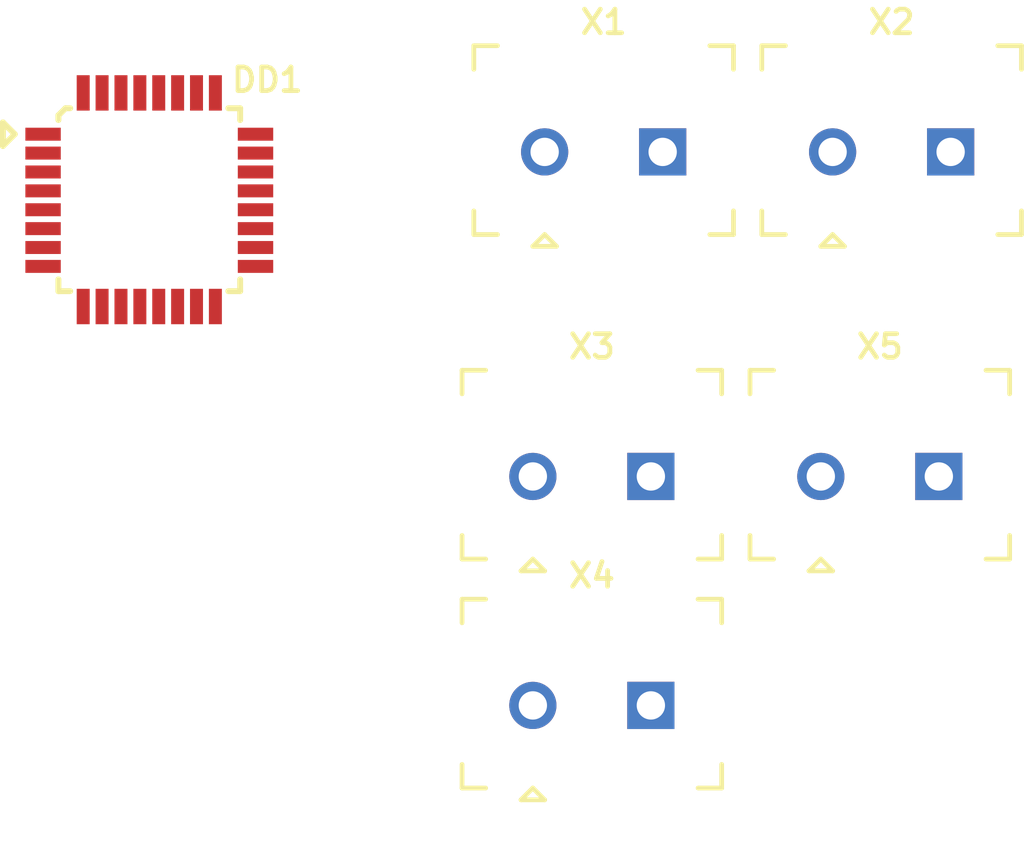
<source format=kicad_pcb>
(kicad_pcb (version 20171130) (host pcbnew "(5.1.2-1)-1")

  (general
    (thickness 1.6)
    (drawings 0)
    (tracks 0)
    (zones 0)
    (modules 6)
    (nets 41)
  )

  (page A4)
  (layers
    (0 F.Cu signal)
    (31 B.Cu signal)
    (32 B.Adhes user)
    (33 F.Adhes user)
    (34 B.Paste user)
    (35 F.Paste user)
    (36 B.SilkS user)
    (37 F.SilkS user)
    (38 B.Mask user)
    (39 F.Mask user)
    (40 Dwgs.User user)
    (41 Cmts.User user)
    (42 Eco1.User user)
    (43 Eco2.User user)
    (44 Edge.Cuts user)
    (45 Margin user)
    (46 B.CrtYd user)
    (47 F.CrtYd user)
    (48 B.Fab user)
    (49 F.Fab user)
  )

  (setup
    (last_trace_width 0.25)
    (trace_clearance 0.2)
    (zone_clearance 0.508)
    (zone_45_only no)
    (trace_min 0.2)
    (via_size 0.8)
    (via_drill 0.4)
    (via_min_size 0.4)
    (via_min_drill 0.3)
    (uvia_size 0.3)
    (uvia_drill 0.1)
    (uvias_allowed no)
    (uvia_min_size 0.2)
    (uvia_min_drill 0.1)
    (edge_width 0.05)
    (segment_width 0.2)
    (pcb_text_width 0.3)
    (pcb_text_size 1.5 1.5)
    (mod_edge_width 0.12)
    (mod_text_size 1 1)
    (mod_text_width 0.15)
    (pad_size 1.524 1.524)
    (pad_drill 0.762)
    (pad_to_mask_clearance 0.051)
    (solder_mask_min_width 0.25)
    (aux_axis_origin 0 0)
    (visible_elements FFFFFF7F)
    (pcbplotparams
      (layerselection 0x010fc_ffffffff)
      (usegerberextensions false)
      (usegerberattributes false)
      (usegerberadvancedattributes false)
      (creategerberjobfile false)
      (excludeedgelayer true)
      (linewidth 0.100000)
      (plotframeref false)
      (viasonmask false)
      (mode 1)
      (useauxorigin false)
      (hpglpennumber 1)
      (hpglpenspeed 20)
      (hpglpendiameter 15.000000)
      (psnegative false)
      (psa4output false)
      (plotreference true)
      (plotvalue true)
      (plotinvisibletext false)
      (padsonsilk false)
      (subtractmaskfromsilk false)
      (outputformat 1)
      (mirror false)
      (drillshape 1)
      (scaleselection 1)
      (outputdirectory ""))
  )

  (net 0 "")
  (net 1 "Net-(DD1-Pad32)")
  (net 2 "Net-(DD1-Pad31)")
  (net 3 "Net-(DD1-Pad30)")
  (net 4 "Net-(DD1-Pad29)")
  (net 5 "Net-(DD1-Pad28)")
  (net 6 "Net-(DD1-Pad27)")
  (net 7 "Net-(DD1-Pad26)")
  (net 8 "Net-(DD1-Pad25)")
  (net 9 "Net-(DD1-Pad24)")
  (net 10 "Net-(DD1-Pad23)")
  (net 11 "Net-(DD1-Pad22)")
  (net 12 "Net-(DD1-Pad21)")
  (net 13 "Net-(DD1-Pad20)")
  (net 14 "Net-(DD1-Pad19)")
  (net 15 "Net-(DD1-Pad18)")
  (net 16 "Net-(DD1-Pad17)")
  (net 17 "Net-(DD1-Pad16)")
  (net 18 "Net-(DD1-Pad15)")
  (net 19 "Net-(DD1-Pad14)")
  (net 20 "Net-(DD1-Pad13)")
  (net 21 "Net-(DD1-Pad12)")
  (net 22 "Net-(DD1-Pad11)")
  (net 23 "Net-(DD1-Pad10)")
  (net 24 "Net-(DD1-Pad9)")
  (net 25 "Net-(DD1-Pad8)")
  (net 26 "Net-(DD1-Pad7)")
  (net 27 "Net-(DD1-Pad6)")
  (net 28 "Net-(DD1-Pad5)")
  (net 29 "Net-(DD1-Pad4)")
  (net 30 "Net-(DD1-Pad3)")
  (net 31 "Net-(DD1-Pad2)")
  (net 32 "Net-(DD1-Pad1)")
  (net 33 /GND)
  (net 34 /12V)
  (net 35 /DO_2)
  (net 36 /DO_1)
  (net 37 /DI_2)
  (net 38 /DI_1)
  (net 39 /AI_2)
  (net 40 /AI_1)

  (net_class Default "Это класс цепей по умолчанию."
    (clearance 0.2)
    (trace_width 0.25)
    (via_dia 0.8)
    (via_drill 0.4)
    (uvia_dia 0.3)
    (uvia_drill 0.1)
    (add_net /12V)
    (add_net /AI_1)
    (add_net /AI_2)
    (add_net /DI_1)
    (add_net /DI_2)
    (add_net /DO_1)
    (add_net /DO_2)
    (add_net /GND)
    (add_net "Net-(DD1-Pad1)")
    (add_net "Net-(DD1-Pad10)")
    (add_net "Net-(DD1-Pad11)")
    (add_net "Net-(DD1-Pad12)")
    (add_net "Net-(DD1-Pad13)")
    (add_net "Net-(DD1-Pad14)")
    (add_net "Net-(DD1-Pad15)")
    (add_net "Net-(DD1-Pad16)")
    (add_net "Net-(DD1-Pad17)")
    (add_net "Net-(DD1-Pad18)")
    (add_net "Net-(DD1-Pad19)")
    (add_net "Net-(DD1-Pad2)")
    (add_net "Net-(DD1-Pad20)")
    (add_net "Net-(DD1-Pad21)")
    (add_net "Net-(DD1-Pad22)")
    (add_net "Net-(DD1-Pad23)")
    (add_net "Net-(DD1-Pad24)")
    (add_net "Net-(DD1-Pad25)")
    (add_net "Net-(DD1-Pad26)")
    (add_net "Net-(DD1-Pad27)")
    (add_net "Net-(DD1-Pad28)")
    (add_net "Net-(DD1-Pad29)")
    (add_net "Net-(DD1-Pad3)")
    (add_net "Net-(DD1-Pad30)")
    (add_net "Net-(DD1-Pad31)")
    (add_net "Net-(DD1-Pad32)")
    (add_net "Net-(DD1-Pad4)")
    (add_net "Net-(DD1-Pad5)")
    (add_net "Net-(DD1-Pad6)")
    (add_net "Net-(DD1-Pad7)")
    (add_net "Net-(DD1-Pad8)")
    (add_net "Net-(DD1-Pad9)")
  )

  (module N_X:Клеммник_х2_шаг5 (layer F.Cu) (tedit 5D8A78D0) (tstamp 5DAAFE87)
    (at 131.95 74.75)
    (path /5DACA5D7)
    (fp_text reference X5 (at 2.5 -5.5) (layer F.SilkS)
      (effects (font (size 1 1) (thickness 0.2)))
    )
    (fp_text value Клеммник_х2 (at 3 5.5) (layer F.Fab)
      (effects (font (size 1 1) (thickness 0.15)))
    )
    (fp_line (start 0.5 4) (end 0 3.5) (layer F.SilkS) (width 0.2))
    (fp_line (start -0.5 4) (end 0.5 4) (layer F.SilkS) (width 0.2))
    (fp_line (start 0 3.5) (end -0.5 4) (layer F.SilkS) (width 0.2))
    (fp_line (start -3 3.5) (end -3 2.5) (layer F.SilkS) (width 0.2))
    (fp_line (start -3 3.5) (end -2 3.5) (layer F.SilkS) (width 0.2))
    (fp_line (start 8 3.5) (end 7 3.5) (layer F.SilkS) (width 0.2))
    (fp_line (start -3 -4.5) (end -3 -3.5) (layer F.SilkS) (width 0.2))
    (fp_line (start -3 -4.5) (end -2 -4.5) (layer F.SilkS) (width 0.2))
    (fp_line (start 8 -4.5) (end 7 -4.5) (layer F.SilkS) (width 0.2))
    (fp_line (start 8 -4.5) (end 8 -3.5) (layer F.SilkS) (width 0.2))
    (fp_line (start 8 3.5) (end 8 2.5) (layer F.SilkS) (width 0.2))
    (pad 2 thru_hole rect (at 5 0) (size 2 2) (drill 1.2) (layers *.Cu *.Mask)
      (net 39 /AI_2))
    (pad 1 thru_hole circle (at 0 0) (size 2 2) (drill 1.2) (layers *.Cu *.Mask)
      (net 40 /AI_1))
    (model ${N_3D}/XT_DG301-5_0-2P12.STEP
      (at (xyz 0 0 0))
      (scale (xyz 1 1 1))
      (rotate (xyz 0 0 0))
    )
  )

  (module N_X:Клеммник_х2_шаг5 (layer F.Cu) (tedit 5D8A78D0) (tstamp 5DAAFE76)
    (at 119.75 84.45)
    (path /5DAC910B)
    (fp_text reference X4 (at 2.5 -5.5) (layer F.SilkS)
      (effects (font (size 1 1) (thickness 0.2)))
    )
    (fp_text value Клеммник_х2 (at 3 5.5) (layer F.Fab)
      (effects (font (size 1 1) (thickness 0.15)))
    )
    (fp_line (start 0.5 4) (end 0 3.5) (layer F.SilkS) (width 0.2))
    (fp_line (start -0.5 4) (end 0.5 4) (layer F.SilkS) (width 0.2))
    (fp_line (start 0 3.5) (end -0.5 4) (layer F.SilkS) (width 0.2))
    (fp_line (start -3 3.5) (end -3 2.5) (layer F.SilkS) (width 0.2))
    (fp_line (start -3 3.5) (end -2 3.5) (layer F.SilkS) (width 0.2))
    (fp_line (start 8 3.5) (end 7 3.5) (layer F.SilkS) (width 0.2))
    (fp_line (start -3 -4.5) (end -3 -3.5) (layer F.SilkS) (width 0.2))
    (fp_line (start -3 -4.5) (end -2 -4.5) (layer F.SilkS) (width 0.2))
    (fp_line (start 8 -4.5) (end 7 -4.5) (layer F.SilkS) (width 0.2))
    (fp_line (start 8 -4.5) (end 8 -3.5) (layer F.SilkS) (width 0.2))
    (fp_line (start 8 3.5) (end 8 2.5) (layer F.SilkS) (width 0.2))
    (pad 2 thru_hole rect (at 5 0) (size 2 2) (drill 1.2) (layers *.Cu *.Mask)
      (net 37 /DI_2))
    (pad 1 thru_hole circle (at 0 0) (size 2 2) (drill 1.2) (layers *.Cu *.Mask)
      (net 38 /DI_1))
    (model ${N_3D}/XT_DG301-5_0-2P12.STEP
      (at (xyz 0 0 0))
      (scale (xyz 1 1 1))
      (rotate (xyz 0 0 0))
    )
  )

  (module N_X:Клеммник_х2_шаг5 (layer F.Cu) (tedit 5D8A78D0) (tstamp 5DAAFE65)
    (at 119.75 74.75)
    (path /5DAC06C7)
    (fp_text reference X3 (at 2.5 -5.5) (layer F.SilkS)
      (effects (font (size 1 1) (thickness 0.2)))
    )
    (fp_text value Клеммник_х2 (at 3 5.5) (layer F.Fab)
      (effects (font (size 1 1) (thickness 0.15)))
    )
    (fp_line (start 0.5 4) (end 0 3.5) (layer F.SilkS) (width 0.2))
    (fp_line (start -0.5 4) (end 0.5 4) (layer F.SilkS) (width 0.2))
    (fp_line (start 0 3.5) (end -0.5 4) (layer F.SilkS) (width 0.2))
    (fp_line (start -3 3.5) (end -3 2.5) (layer F.SilkS) (width 0.2))
    (fp_line (start -3 3.5) (end -2 3.5) (layer F.SilkS) (width 0.2))
    (fp_line (start 8 3.5) (end 7 3.5) (layer F.SilkS) (width 0.2))
    (fp_line (start -3 -4.5) (end -3 -3.5) (layer F.SilkS) (width 0.2))
    (fp_line (start -3 -4.5) (end -2 -4.5) (layer F.SilkS) (width 0.2))
    (fp_line (start 8 -4.5) (end 7 -4.5) (layer F.SilkS) (width 0.2))
    (fp_line (start 8 -4.5) (end 8 -3.5) (layer F.SilkS) (width 0.2))
    (fp_line (start 8 3.5) (end 8 2.5) (layer F.SilkS) (width 0.2))
    (pad 2 thru_hole rect (at 5 0) (size 2 2) (drill 1.2) (layers *.Cu *.Mask)
      (net 35 /DO_2))
    (pad 1 thru_hole circle (at 0 0) (size 2 2) (drill 1.2) (layers *.Cu *.Mask)
      (net 36 /DO_1))
    (model ${N_3D}/XT_DG301-5_0-2P12.STEP
      (at (xyz 0 0 0))
      (scale (xyz 1 1 1))
      (rotate (xyz 0 0 0))
    )
  )

  (module N_X:Клеммник_х2_шаг5 (layer F.Cu) (tedit 5D8A78D0) (tstamp 5DAAFB8A)
    (at 132.45 61)
    (path /5DABDF86)
    (fp_text reference X2 (at 2.5 -5.5) (layer F.SilkS)
      (effects (font (size 1 1) (thickness 0.2)))
    )
    (fp_text value Клеммник_х2 (at 3 5.5) (layer F.Fab)
      (effects (font (size 1 1) (thickness 0.15)))
    )
    (fp_line (start 0.5 4) (end 0 3.5) (layer F.SilkS) (width 0.2))
    (fp_line (start -0.5 4) (end 0.5 4) (layer F.SilkS) (width 0.2))
    (fp_line (start 0 3.5) (end -0.5 4) (layer F.SilkS) (width 0.2))
    (fp_line (start -3 3.5) (end -3 2.5) (layer F.SilkS) (width 0.2))
    (fp_line (start -3 3.5) (end -2 3.5) (layer F.SilkS) (width 0.2))
    (fp_line (start 8 3.5) (end 7 3.5) (layer F.SilkS) (width 0.2))
    (fp_line (start -3 -4.5) (end -3 -3.5) (layer F.SilkS) (width 0.2))
    (fp_line (start -3 -4.5) (end -2 -4.5) (layer F.SilkS) (width 0.2))
    (fp_line (start 8 -4.5) (end 7 -4.5) (layer F.SilkS) (width 0.2))
    (fp_line (start 8 -4.5) (end 8 -3.5) (layer F.SilkS) (width 0.2))
    (fp_line (start 8 3.5) (end 8 2.5) (layer F.SilkS) (width 0.2))
    (pad 2 thru_hole rect (at 5 0) (size 2 2) (drill 1.2) (layers *.Cu *.Mask)
      (net 33 /GND))
    (pad 1 thru_hole circle (at 0 0) (size 2 2) (drill 1.2) (layers *.Cu *.Mask)
      (net 33 /GND))
    (model ${N_3D}/XT_DG301-5_0-2P12.STEP
      (at (xyz 0 0 0))
      (scale (xyz 1 1 1))
      (rotate (xyz 0 0 0))
    )
  )

  (module N_X:Клеммник_х2_шаг5 (layer F.Cu) (tedit 5D8A78D0) (tstamp 5DAAFB79)
    (at 120.25 61)
    (path /5DAB1E77)
    (fp_text reference X1 (at 2.5 -5.5) (layer F.SilkS)
      (effects (font (size 1 1) (thickness 0.2)))
    )
    (fp_text value Клеммник_х2 (at 3 5.5) (layer F.Fab)
      (effects (font (size 1 1) (thickness 0.15)))
    )
    (fp_line (start 0.5 4) (end 0 3.5) (layer F.SilkS) (width 0.2))
    (fp_line (start -0.5 4) (end 0.5 4) (layer F.SilkS) (width 0.2))
    (fp_line (start 0 3.5) (end -0.5 4) (layer F.SilkS) (width 0.2))
    (fp_line (start -3 3.5) (end -3 2.5) (layer F.SilkS) (width 0.2))
    (fp_line (start -3 3.5) (end -2 3.5) (layer F.SilkS) (width 0.2))
    (fp_line (start 8 3.5) (end 7 3.5) (layer F.SilkS) (width 0.2))
    (fp_line (start -3 -4.5) (end -3 -3.5) (layer F.SilkS) (width 0.2))
    (fp_line (start -3 -4.5) (end -2 -4.5) (layer F.SilkS) (width 0.2))
    (fp_line (start 8 -4.5) (end 7 -4.5) (layer F.SilkS) (width 0.2))
    (fp_line (start 8 -4.5) (end 8 -3.5) (layer F.SilkS) (width 0.2))
    (fp_line (start 8 3.5) (end 8 2.5) (layer F.SilkS) (width 0.2))
    (pad 2 thru_hole rect (at 5 0) (size 2 2) (drill 1.2) (layers *.Cu *.Mask)
      (net 34 /12V))
    (pad 1 thru_hole circle (at 0 0) (size 2 2) (drill 1.2) (layers *.Cu *.Mask)
      (net 34 /12V))
    (model ${N_3D}/XT_DG301-5_0-2P12.STEP
      (at (xyz 0 0 0))
      (scale (xyz 1 1 1))
      (rotate (xyz 0 0 0))
    )
  )

  (module N_DD:микросхема_ATMEGA-8-161AU (layer F.Cu) (tedit 5C5F16B7) (tstamp 5DAAF2AD)
    (at 99.25 60.25)
    (path /5DAAEDCB)
    (fp_text reference DD1 (at 9.25 -2.3 180) (layer F.SilkS)
      (effects (font (size 1 1) (thickness 0.2)))
    )
    (fp_text value ATmega8A-AU (at 4.17 8.72) (layer F.Fab)
      (effects (font (size 1 1) (thickness 0.15)))
    )
    (fp_line (start -1.95 -0.5) (end -1.95 0.5) (layer F.SilkS) (width 0.25))
    (fp_line (start -1.95 -0.5) (end -1.45 0) (layer F.SilkS) (width 0.25))
    (fp_line (start -1.45 0) (end -1.95 0.5) (layer F.SilkS) (width 0.25))
    (fp_line (start 0.7 -1.1) (end 0.9 -1.1) (layer F.SilkS) (width 0.25))
    (fp_line (start 0.4 -0.8) (end 0.4 -0.6) (layer F.SilkS) (width 0.25))
    (fp_line (start 8.1 -1.1) (end 7.6 -1.1) (layer F.SilkS) (width 0.25))
    (fp_line (start 8.1 -1.1) (end 8.1 -0.6) (layer F.SilkS) (width 0.25))
    (fp_line (start 8.1 6.65) (end 8.1 6.15) (layer F.SilkS) (width 0.25))
    (fp_line (start 8.1 6.65) (end 7.6 6.65) (layer F.SilkS) (width 0.25))
    (fp_line (start 0.4 6.65) (end 0.4 6.15) (layer F.SilkS) (width 0.25))
    (fp_line (start 0.4 6.65) (end 0.9 6.65) (layer F.SilkS) (width 0.25))
    (fp_line (start 0.4 -0.8) (end 0.7 -1.1) (layer F.SilkS) (width 0.25))
    (pad 32 smd rect (at 1.45 -1.75 90) (size 1.5 0.55) (layers F.Cu F.Paste F.Mask)
      (net 1 "Net-(DD1-Pad32)"))
    (pad 31 smd rect (at 2.25 -1.75 90) (size 1.5 0.55) (layers F.Cu F.Paste F.Mask)
      (net 2 "Net-(DD1-Pad31)"))
    (pad 30 smd rect (at 3.05 -1.75 90) (size 1.5 0.55) (layers F.Cu F.Paste F.Mask)
      (net 3 "Net-(DD1-Pad30)"))
    (pad 29 smd rect (at 3.85 -1.75 90) (size 1.5 0.55) (layers F.Cu F.Paste F.Mask)
      (net 4 "Net-(DD1-Pad29)"))
    (pad 28 smd rect (at 4.65 -1.75 90) (size 1.5 0.55) (layers F.Cu F.Paste F.Mask)
      (net 5 "Net-(DD1-Pad28)"))
    (pad 27 smd rect (at 5.45 -1.75 90) (size 1.5 0.55) (layers F.Cu F.Paste F.Mask)
      (net 6 "Net-(DD1-Pad27)"))
    (pad 26 smd rect (at 6.25 -1.75 90) (size 1.5 0.55) (layers F.Cu F.Paste F.Mask)
      (net 7 "Net-(DD1-Pad26)"))
    (pad 25 smd rect (at 7.05 -1.75 90) (size 1.5 0.55) (layers F.Cu F.Paste F.Mask)
      (net 8 "Net-(DD1-Pad25)"))
    (pad 24 smd rect (at 8.75 0) (size 1.5 0.55) (layers F.Cu F.Paste F.Mask)
      (net 9 "Net-(DD1-Pad24)"))
    (pad 23 smd rect (at 8.75 0.8) (size 1.5 0.55) (layers F.Cu F.Paste F.Mask)
      (net 10 "Net-(DD1-Pad23)"))
    (pad 22 smd rect (at 8.75 1.6) (size 1.5 0.55) (layers F.Cu F.Paste F.Mask)
      (net 11 "Net-(DD1-Pad22)"))
    (pad 21 smd rect (at 8.75 2.4) (size 1.5 0.55) (layers F.Cu F.Paste F.Mask)
      (net 12 "Net-(DD1-Pad21)"))
    (pad 20 smd rect (at 8.75 3.2) (size 1.5 0.55) (layers F.Cu F.Paste F.Mask)
      (net 13 "Net-(DD1-Pad20)"))
    (pad 19 smd rect (at 8.75 4) (size 1.5 0.55) (layers F.Cu F.Paste F.Mask)
      (net 14 "Net-(DD1-Pad19)"))
    (pad 18 smd rect (at 8.75 4.8) (size 1.5 0.55) (layers F.Cu F.Paste F.Mask)
      (net 15 "Net-(DD1-Pad18)"))
    (pad 17 smd rect (at 8.75 5.6) (size 1.5 0.55) (layers F.Cu F.Paste F.Mask)
      (net 16 "Net-(DD1-Pad17)"))
    (pad 16 smd rect (at 7.05 7.3 90) (size 1.5 0.55) (layers F.Cu F.Paste F.Mask)
      (net 17 "Net-(DD1-Pad16)"))
    (pad 15 smd rect (at 6.25 7.3 90) (size 1.5 0.55) (layers F.Cu F.Paste F.Mask)
      (net 18 "Net-(DD1-Pad15)"))
    (pad 14 smd rect (at 5.45 7.3 90) (size 1.5 0.55) (layers F.Cu F.Paste F.Mask)
      (net 19 "Net-(DD1-Pad14)"))
    (pad 13 smd rect (at 4.65 7.3 90) (size 1.5 0.55) (layers F.Cu F.Paste F.Mask)
      (net 20 "Net-(DD1-Pad13)"))
    (pad 12 smd rect (at 3.85 7.3 90) (size 1.5 0.55) (layers F.Cu F.Paste F.Mask)
      (net 21 "Net-(DD1-Pad12)"))
    (pad 11 smd rect (at 3.05 7.3 90) (size 1.5 0.55) (layers F.Cu F.Paste F.Mask)
      (net 22 "Net-(DD1-Pad11)"))
    (pad 10 smd rect (at 2.25 7.3 90) (size 1.5 0.55) (layers F.Cu F.Paste F.Mask)
      (net 23 "Net-(DD1-Pad10)"))
    (pad 9 smd rect (at 1.45 7.3 90) (size 1.5 0.55) (layers F.Cu F.Paste F.Mask)
      (net 24 "Net-(DD1-Pad9)"))
    (pad 8 smd rect (at -0.25 5.6) (size 1.5 0.55) (layers F.Cu F.Paste F.Mask)
      (net 25 "Net-(DD1-Pad8)"))
    (pad 7 smd rect (at -0.25 4.8) (size 1.5 0.55) (layers F.Cu F.Paste F.Mask)
      (net 26 "Net-(DD1-Pad7)"))
    (pad 6 smd rect (at -0.25 4) (size 1.5 0.55) (layers F.Cu F.Paste F.Mask)
      (net 27 "Net-(DD1-Pad6)"))
    (pad 5 smd rect (at -0.25 3.2) (size 1.5 0.55) (layers F.Cu F.Paste F.Mask)
      (net 28 "Net-(DD1-Pad5)"))
    (pad 4 smd rect (at -0.25 2.4) (size 1.5 0.55) (layers F.Cu F.Paste F.Mask)
      (net 29 "Net-(DD1-Pad4)"))
    (pad 3 smd rect (at -0.25 1.6) (size 1.5 0.55) (layers F.Cu F.Paste F.Mask)
      (net 30 "Net-(DD1-Pad3)"))
    (pad 2 smd rect (at -0.25 0.8) (size 1.5 0.55) (layers F.Cu F.Paste F.Mask)
      (net 31 "Net-(DD1-Pad2)"))
    (pad 1 smd rect (at -0.25 0) (size 1.5 0.55) (layers F.Cu F.Paste F.Mask)
      (net 32 "Net-(DD1-Pad1)"))
    (model "${N_3D}/atmega8 (tqfp32)_V2008.step"
      (offset (xyz 3.1 -1.6 0.5))
      (scale (xyz 1 1 1))
      (rotate (xyz -90 0 0))
    )
  )

)

</source>
